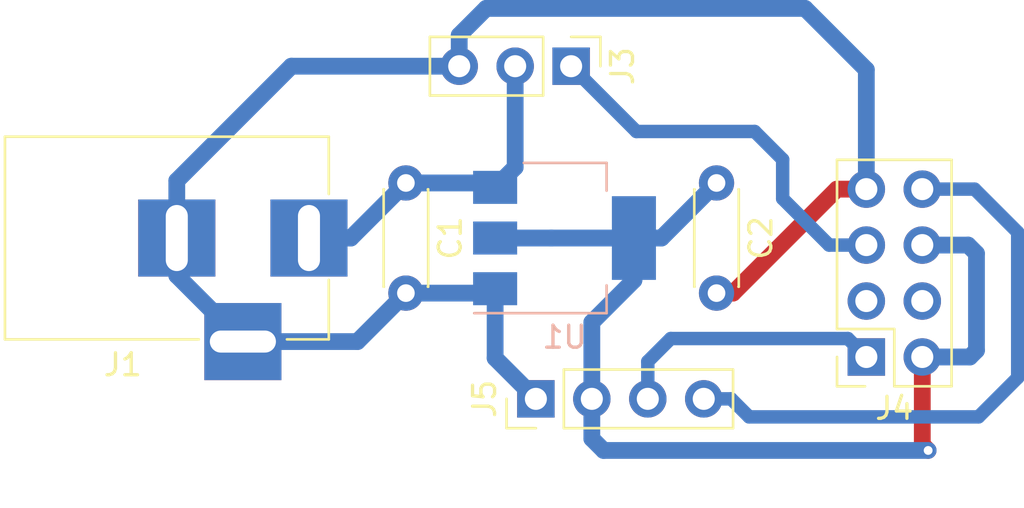
<source format=kicad_pcb>
(kicad_pcb (version 4) (host pcbnew 4.0.6)

  (general
    (links 18)
    (no_connects 0)
    (area 0 0 0 0)
    (thickness 1.6)
    (drawings 0)
    (tracks 62)
    (zones 0)
    (modules 7)
    (nets 7)
  )

  (page A4)
  (layers
    (0 F.Cu signal)
    (31 B.Cu signal)
    (32 B.Adhes user)
    (33 F.Adhes user)
    (34 B.Paste user)
    (35 F.Paste user)
    (36 B.SilkS user)
    (37 F.SilkS user)
    (38 B.Mask user)
    (39 F.Mask user)
    (40 Dwgs.User user)
    (41 Cmts.User user)
    (42 Eco1.User user)
    (43 Eco2.User user)
    (44 Edge.Cuts user)
    (45 Margin user)
    (46 B.CrtYd user)
    (47 F.CrtYd user)
    (48 B.Fab user)
    (49 F.Fab user)
  )

  (setup
    (last_trace_width 0.762)
    (user_trace_width 0.6096)
    (user_trace_width 0.762)
    (trace_clearance 0.2)
    (zone_clearance 0.508)
    (zone_45_only no)
    (trace_min 0.2)
    (segment_width 0.2)
    (edge_width 0.15)
    (via_size 0.6)
    (via_drill 0.4)
    (via_min_size 0.4)
    (via_min_drill 0.3)
    (uvia_size 0.3)
    (uvia_drill 0.1)
    (uvias_allowed no)
    (uvia_min_size 0.2)
    (uvia_min_drill 0.1)
    (pcb_text_width 0.3)
    (pcb_text_size 1.5 1.5)
    (mod_edge_width 0.15)
    (mod_text_size 1 1)
    (mod_text_width 0.15)
    (pad_size 1.524 1.524)
    (pad_drill 0.762)
    (pad_to_mask_clearance 0.2)
    (aux_axis_origin 0 0)
    (visible_elements 7FFFFFFF)
    (pcbplotparams
      (layerselection 0x00030_80000001)
      (usegerberextensions false)
      (excludeedgelayer true)
      (linewidth 0.100000)
      (plotframeref false)
      (viasonmask false)
      (mode 1)
      (useauxorigin false)
      (hpglpennumber 1)
      (hpglpenspeed 20)
      (hpglpendiameter 15)
      (hpglpenoverlay 2)
      (psnegative false)
      (psa4output false)
      (plotreference true)
      (plotvalue true)
      (plotinvisibletext false)
      (padsonsilk false)
      (subtractmaskfromsilk false)
      (outputformat 1)
      (mirror false)
      (drillshape 1)
      (scaleselection 1)
      (outputdirectory ""))
  )

  (net 0 "")
  (net 1 VDD)
  (net 2 GND)
  (net 3 +3V3)
  (net 4 /SERVO_SIG)
  (net 5 /RXD)
  (net 6 /TXD)

  (net_class Default "This is the default net class."
    (clearance 0.2)
    (trace_width 0.25)
    (via_dia 0.6)
    (via_drill 0.4)
    (uvia_dia 0.3)
    (uvia_drill 0.1)
    (add_net +3V3)
    (add_net /RXD)
    (add_net /SERVO_SIG)
    (add_net /TXD)
    (add_net GND)
    (add_net VDD)
  )

  (module TO_SOT_Packages_SMD:SOT-223 (layer B.Cu) (tedit 58CE4E7E) (tstamp 58F09641)
    (at 120.4 85.1)
    (descr "module CMS SOT223 4 pins")
    (tags "CMS SOT")
    (path /58F09550)
    (attr smd)
    (fp_text reference U1 (at 0 4.5) (layer B.SilkS)
      (effects (font (size 1 1) (thickness 0.15)) (justify mirror))
    )
    (fp_text value LM1117-3.3 (at 0 -4.5) (layer B.Fab)
      (effects (font (size 1 1) (thickness 0.15)) (justify mirror))
    )
    (fp_text user %R (at 0 0) (layer B.Fab)
      (effects (font (size 0.8 0.8) (thickness 0.12)) (justify mirror))
    )
    (fp_line (start -1.85 2.3) (end -0.8 3.35) (layer B.Fab) (width 0.1))
    (fp_line (start 1.91 -3.41) (end 1.91 -2.15) (layer B.SilkS) (width 0.12))
    (fp_line (start 1.91 3.41) (end 1.91 2.15) (layer B.SilkS) (width 0.12))
    (fp_line (start 4.4 3.6) (end -4.4 3.6) (layer B.CrtYd) (width 0.05))
    (fp_line (start 4.4 -3.6) (end 4.4 3.6) (layer B.CrtYd) (width 0.05))
    (fp_line (start -4.4 -3.6) (end 4.4 -3.6) (layer B.CrtYd) (width 0.05))
    (fp_line (start -4.4 3.6) (end -4.4 -3.6) (layer B.CrtYd) (width 0.05))
    (fp_line (start -1.85 2.3) (end -1.85 -3.35) (layer B.Fab) (width 0.1))
    (fp_line (start -1.85 -3.41) (end 1.91 -3.41) (layer B.SilkS) (width 0.12))
    (fp_line (start -0.8 3.35) (end 1.85 3.35) (layer B.Fab) (width 0.1))
    (fp_line (start -4.1 3.41) (end 1.91 3.41) (layer B.SilkS) (width 0.12))
    (fp_line (start -1.85 -3.35) (end 1.85 -3.35) (layer B.Fab) (width 0.1))
    (fp_line (start 1.85 3.35) (end 1.85 -3.35) (layer B.Fab) (width 0.1))
    (pad 4 smd rect (at 3.15 0) (size 2 3.8) (layers B.Cu B.Paste B.Mask)
      (net 3 +3V3))
    (pad 2 smd rect (at -3.15 0) (size 2 1.5) (layers B.Cu B.Paste B.Mask)
      (net 3 +3V3))
    (pad 3 smd rect (at -3.15 -2.3) (size 2 1.5) (layers B.Cu B.Paste B.Mask)
      (net 1 VDD))
    (pad 1 smd rect (at -3.15 2.3) (size 2 1.5) (layers B.Cu B.Paste B.Mask)
      (net 2 GND))
    (model ${KISYS3DMOD}/TO_SOT_Packages_SMD.3dshapes/SOT-223.wrl
      (at (xyz 0 0 0))
      (scale (xyz 1 1 1))
      (rotate (xyz 0 0 0))
    )
  )

  (module Capacitors_ThroughHole:C_Disc_D4.3mm_W1.9mm_P5.00mm (layer F.Cu) (tedit 58765D06) (tstamp 58F0960B)
    (at 113.2 82.6 270)
    (descr "C, Disc series, Radial, pin pitch=5.00mm, , diameter*width=4.3*1.9mm^2, Capacitor, http://www.vishay.com/docs/45233/krseries.pdf")
    (tags "C Disc series Radial pin pitch 5.00mm  diameter 4.3mm width 1.9mm Capacitor")
    (path /58F096E5)
    (fp_text reference C1 (at 2.5 -2.01 270) (layer F.SilkS)
      (effects (font (size 1 1) (thickness 0.15)))
    )
    (fp_text value 10uF (at 2.5 2.01 270) (layer F.Fab)
      (effects (font (size 1 1) (thickness 0.15)))
    )
    (fp_line (start 0.35 -0.95) (end 0.35 0.95) (layer F.Fab) (width 0.1))
    (fp_line (start 0.35 0.95) (end 4.65 0.95) (layer F.Fab) (width 0.1))
    (fp_line (start 4.65 0.95) (end 4.65 -0.95) (layer F.Fab) (width 0.1))
    (fp_line (start 4.65 -0.95) (end 0.35 -0.95) (layer F.Fab) (width 0.1))
    (fp_line (start 0.29 -1.01) (end 4.71 -1.01) (layer F.SilkS) (width 0.12))
    (fp_line (start 0.29 1.01) (end 4.71 1.01) (layer F.SilkS) (width 0.12))
    (fp_line (start 0.29 -1.01) (end 0.29 -0.996) (layer F.SilkS) (width 0.12))
    (fp_line (start 0.29 0.996) (end 0.29 1.01) (layer F.SilkS) (width 0.12))
    (fp_line (start 4.71 -1.01) (end 4.71 -0.996) (layer F.SilkS) (width 0.12))
    (fp_line (start 4.71 0.996) (end 4.71 1.01) (layer F.SilkS) (width 0.12))
    (fp_line (start -1.05 -1.3) (end -1.05 1.3) (layer F.CrtYd) (width 0.05))
    (fp_line (start -1.05 1.3) (end 6.05 1.3) (layer F.CrtYd) (width 0.05))
    (fp_line (start 6.05 1.3) (end 6.05 -1.3) (layer F.CrtYd) (width 0.05))
    (fp_line (start 6.05 -1.3) (end -1.05 -1.3) (layer F.CrtYd) (width 0.05))
    (pad 1 thru_hole circle (at 0 0 270) (size 1.6 1.6) (drill 0.8) (layers *.Cu *.Mask)
      (net 1 VDD))
    (pad 2 thru_hole circle (at 5 0 270) (size 1.6 1.6) (drill 0.8) (layers *.Cu *.Mask)
      (net 2 GND))
    (model Capacitors_THT.3dshapes/C_Disc_D4.3mm_W1.9mm_P5.00mm.wrl
      (at (xyz 0 0 0))
      (scale (xyz 0.393701 0.393701 0.393701))
      (rotate (xyz 0 0 0))
    )
  )

  (module Capacitors_ThroughHole:C_Disc_D4.3mm_W1.9mm_P5.00mm (layer F.Cu) (tedit 58765D06) (tstamp 58F09611)
    (at 127.3 82.6 270)
    (descr "C, Disc series, Radial, pin pitch=5.00mm, , diameter*width=4.3*1.9mm^2, Capacitor, http://www.vishay.com/docs/45233/krseries.pdf")
    (tags "C Disc series Radial pin pitch 5.00mm  diameter 4.3mm width 1.9mm Capacitor")
    (path /58F097A8)
    (fp_text reference C2 (at 2.5 -2.01 270) (layer F.SilkS)
      (effects (font (size 1 1) (thickness 0.15)))
    )
    (fp_text value 10uF (at 2.5 2.01 270) (layer F.Fab)
      (effects (font (size 1 1) (thickness 0.15)))
    )
    (fp_line (start 0.35 -0.95) (end 0.35 0.95) (layer F.Fab) (width 0.1))
    (fp_line (start 0.35 0.95) (end 4.65 0.95) (layer F.Fab) (width 0.1))
    (fp_line (start 4.65 0.95) (end 4.65 -0.95) (layer F.Fab) (width 0.1))
    (fp_line (start 4.65 -0.95) (end 0.35 -0.95) (layer F.Fab) (width 0.1))
    (fp_line (start 0.29 -1.01) (end 4.71 -1.01) (layer F.SilkS) (width 0.12))
    (fp_line (start 0.29 1.01) (end 4.71 1.01) (layer F.SilkS) (width 0.12))
    (fp_line (start 0.29 -1.01) (end 0.29 -0.996) (layer F.SilkS) (width 0.12))
    (fp_line (start 0.29 0.996) (end 0.29 1.01) (layer F.SilkS) (width 0.12))
    (fp_line (start 4.71 -1.01) (end 4.71 -0.996) (layer F.SilkS) (width 0.12))
    (fp_line (start 4.71 0.996) (end 4.71 1.01) (layer F.SilkS) (width 0.12))
    (fp_line (start -1.05 -1.3) (end -1.05 1.3) (layer F.CrtYd) (width 0.05))
    (fp_line (start -1.05 1.3) (end 6.05 1.3) (layer F.CrtYd) (width 0.05))
    (fp_line (start 6.05 1.3) (end 6.05 -1.3) (layer F.CrtYd) (width 0.05))
    (fp_line (start 6.05 -1.3) (end -1.05 -1.3) (layer F.CrtYd) (width 0.05))
    (pad 1 thru_hole circle (at 0 0 270) (size 1.6 1.6) (drill 0.8) (layers *.Cu *.Mask)
      (net 3 +3V3))
    (pad 2 thru_hole circle (at 5 0 270) (size 1.6 1.6) (drill 0.8) (layers *.Cu *.Mask)
      (net 2 GND))
    (model Capacitors_THT.3dshapes/C_Disc_D4.3mm_W1.9mm_P5.00mm.wrl
      (at (xyz 0 0 0))
      (scale (xyz 0.393701 0.393701 0.393701))
      (rotate (xyz 0 0 0))
    )
  )

  (module Connect:BARREL_JACK (layer F.Cu) (tedit 5861378E) (tstamp 58F09618)
    (at 108.8 85.1)
    (descr "DC Barrel Jack")
    (tags "Power Jack")
    (path /58F0927C)
    (fp_text reference J1 (at -8.45 5.75 180) (layer F.SilkS)
      (effects (font (size 1 1) (thickness 0.15)))
    )
    (fp_text value BARREL_JACK (at -6.2 -5.5) (layer F.Fab)
      (effects (font (size 1 1) (thickness 0.15)))
    )
    (fp_line (start 1 -4.5) (end 1 -4.75) (layer F.CrtYd) (width 0.05))
    (fp_line (start 1 -4.75) (end -14 -4.75) (layer F.CrtYd) (width 0.05))
    (fp_line (start 1 -4.5) (end 1 -2) (layer F.CrtYd) (width 0.05))
    (fp_line (start 1 -2) (end 2 -2) (layer F.CrtYd) (width 0.05))
    (fp_line (start 2 -2) (end 2 2) (layer F.CrtYd) (width 0.05))
    (fp_line (start 2 2) (end 1 2) (layer F.CrtYd) (width 0.05))
    (fp_line (start 1 2) (end 1 4.75) (layer F.CrtYd) (width 0.05))
    (fp_line (start 1 4.75) (end -1 4.75) (layer F.CrtYd) (width 0.05))
    (fp_line (start -1 4.75) (end -1 6.75) (layer F.CrtYd) (width 0.05))
    (fp_line (start -1 6.75) (end -5 6.75) (layer F.CrtYd) (width 0.05))
    (fp_line (start -5 6.75) (end -5 4.75) (layer F.CrtYd) (width 0.05))
    (fp_line (start -5 4.75) (end -14 4.75) (layer F.CrtYd) (width 0.05))
    (fp_line (start -14 4.75) (end -14 -4.75) (layer F.CrtYd) (width 0.05))
    (fp_line (start -5 4.6) (end -13.8 4.6) (layer F.SilkS) (width 0.12))
    (fp_line (start -13.8 4.6) (end -13.8 -4.6) (layer F.SilkS) (width 0.12))
    (fp_line (start 0.9 1.9) (end 0.9 4.6) (layer F.SilkS) (width 0.12))
    (fp_line (start 0.9 4.6) (end -1 4.6) (layer F.SilkS) (width 0.12))
    (fp_line (start -13.8 -4.6) (end 0.9 -4.6) (layer F.SilkS) (width 0.12))
    (fp_line (start 0.9 -4.6) (end 0.9 -2) (layer F.SilkS) (width 0.12))
    (fp_line (start -10.2 -4.5) (end -10.2 4.5) (layer F.Fab) (width 0.1))
    (fp_line (start -13.7 -4.5) (end -13.7 4.5) (layer F.Fab) (width 0.1))
    (fp_line (start -13.7 4.5) (end 0.8 4.5) (layer F.Fab) (width 0.1))
    (fp_line (start 0.8 4.5) (end 0.8 -4.5) (layer F.Fab) (width 0.1))
    (fp_line (start 0.8 -4.5) (end -13.7 -4.5) (layer F.Fab) (width 0.1))
    (pad 1 thru_hole rect (at 0 0) (size 3.5 3.5) (drill oval 1 3) (layers *.Cu *.Mask)
      (net 1 VDD))
    (pad 2 thru_hole rect (at -6 0) (size 3.5 3.5) (drill oval 1 3) (layers *.Cu *.Mask)
      (net 2 GND))
    (pad 3 thru_hole rect (at -3 4.7) (size 3.5 3.5) (drill oval 3 1) (layers *.Cu *.Mask)
      (net 2 GND))
  )

  (module Pin_Headers:Pin_Header_Straight_1x03_Pitch2.54mm (layer F.Cu) (tedit 58CD4EC1) (tstamp 58F09625)
    (at 120.7 77.3 270)
    (descr "Through hole straight pin header, 1x03, 2.54mm pitch, single row")
    (tags "Through hole pin header THT 1x03 2.54mm single row")
    (path /58F098E8)
    (fp_text reference J3 (at 0 -2.33 270) (layer F.SilkS)
      (effects (font (size 1 1) (thickness 0.15)))
    )
    (fp_text value SERVO (at 0 7.41 270) (layer F.Fab)
      (effects (font (size 1 1) (thickness 0.15)))
    )
    (fp_line (start -1.27 -1.27) (end -1.27 6.35) (layer F.Fab) (width 0.1))
    (fp_line (start -1.27 6.35) (end 1.27 6.35) (layer F.Fab) (width 0.1))
    (fp_line (start 1.27 6.35) (end 1.27 -1.27) (layer F.Fab) (width 0.1))
    (fp_line (start 1.27 -1.27) (end -1.27 -1.27) (layer F.Fab) (width 0.1))
    (fp_line (start -1.33 1.27) (end -1.33 6.41) (layer F.SilkS) (width 0.12))
    (fp_line (start -1.33 6.41) (end 1.33 6.41) (layer F.SilkS) (width 0.12))
    (fp_line (start 1.33 6.41) (end 1.33 1.27) (layer F.SilkS) (width 0.12))
    (fp_line (start 1.33 1.27) (end -1.33 1.27) (layer F.SilkS) (width 0.12))
    (fp_line (start -1.33 0) (end -1.33 -1.33) (layer F.SilkS) (width 0.12))
    (fp_line (start -1.33 -1.33) (end 0 -1.33) (layer F.SilkS) (width 0.12))
    (fp_line (start -1.8 -1.8) (end -1.8 6.85) (layer F.CrtYd) (width 0.05))
    (fp_line (start -1.8 6.85) (end 1.8 6.85) (layer F.CrtYd) (width 0.05))
    (fp_line (start 1.8 6.85) (end 1.8 -1.8) (layer F.CrtYd) (width 0.05))
    (fp_line (start 1.8 -1.8) (end -1.8 -1.8) (layer F.CrtYd) (width 0.05))
    (fp_text user %R (at 0 -2.33 270) (layer F.Fab)
      (effects (font (size 1 1) (thickness 0.15)))
    )
    (pad 1 thru_hole rect (at 0 0 270) (size 1.7 1.7) (drill 1) (layers *.Cu *.Mask)
      (net 4 /SERVO_SIG))
    (pad 2 thru_hole oval (at 0 2.54 270) (size 1.7 1.7) (drill 1) (layers *.Cu *.Mask)
      (net 1 VDD))
    (pad 3 thru_hole oval (at 0 5.08 270) (size 1.7 1.7) (drill 1) (layers *.Cu *.Mask)
      (net 2 GND))
    (model ${KISYS3DMOD}/Pin_Headers.3dshapes/Pin_Header_Straight_1x03_Pitch2.54mm.wrl
      (at (xyz 0 -0.1 0))
      (scale (xyz 1 1 1))
      (rotate (xyz 0 0 90))
    )
  )

  (module Socket_Strips:Socket_Strip_Straight_2x04_Pitch2.54mm (layer F.Cu) (tedit 58CD5448) (tstamp 58F09631)
    (at 134.1 90.5 180)
    (descr "Through hole straight socket strip, 2x04, 2.54mm pitch, double rows")
    (tags "Through hole socket strip THT 2x04 2.54mm double row")
    (path /58F09150)
    (fp_text reference J4 (at -1.27 -2.33 180) (layer F.SilkS)
      (effects (font (size 1 1) (thickness 0.15)))
    )
    (fp_text value ESP8266 (at -1.27 9.95 180) (layer F.Fab)
      (effects (font (size 1 1) (thickness 0.15)))
    )
    (fp_line (start -3.81 -1.27) (end -3.81 8.89) (layer F.Fab) (width 0.1))
    (fp_line (start -3.81 8.89) (end 1.27 8.89) (layer F.Fab) (width 0.1))
    (fp_line (start 1.27 8.89) (end 1.27 -1.27) (layer F.Fab) (width 0.1))
    (fp_line (start 1.27 -1.27) (end -3.81 -1.27) (layer F.Fab) (width 0.1))
    (fp_line (start 1.33 1.27) (end 1.33 8.95) (layer F.SilkS) (width 0.12))
    (fp_line (start 1.33 8.95) (end -3.87 8.95) (layer F.SilkS) (width 0.12))
    (fp_line (start -3.87 8.95) (end -3.87 -1.33) (layer F.SilkS) (width 0.12))
    (fp_line (start -3.87 -1.33) (end -1.27 -1.33) (layer F.SilkS) (width 0.12))
    (fp_line (start -1.27 -1.33) (end -1.27 1.27) (layer F.SilkS) (width 0.12))
    (fp_line (start -1.27 1.27) (end 1.33 1.27) (layer F.SilkS) (width 0.12))
    (fp_line (start 1.33 0) (end 1.33 -1.33) (layer F.SilkS) (width 0.12))
    (fp_line (start 1.33 -1.33) (end 0.06 -1.33) (layer F.SilkS) (width 0.12))
    (fp_line (start -4.35 -1.8) (end -4.35 9.4) (layer F.CrtYd) (width 0.05))
    (fp_line (start -4.35 9.4) (end 1.8 9.4) (layer F.CrtYd) (width 0.05))
    (fp_line (start 1.8 9.4) (end 1.8 -1.8) (layer F.CrtYd) (width 0.05))
    (fp_line (start 1.8 -1.8) (end -4.35 -1.8) (layer F.CrtYd) (width 0.05))
    (fp_text user %R (at -1.27 -2.33 180) (layer F.Fab)
      (effects (font (size 1 1) (thickness 0.15)))
    )
    (pad 1 thru_hole rect (at 0 0 180) (size 1.7 1.7) (drill 1) (layers *.Cu *.Mask)
      (net 5 /RXD))
    (pad 2 thru_hole oval (at -2.54 0 180) (size 1.7 1.7) (drill 1) (layers *.Cu *.Mask)
      (net 3 +3V3))
    (pad 3 thru_hole oval (at 0 2.54 180) (size 1.7 1.7) (drill 1) (layers *.Cu *.Mask))
    (pad 4 thru_hole oval (at -2.54 2.54 180) (size 1.7 1.7) (drill 1) (layers *.Cu *.Mask))
    (pad 5 thru_hole oval (at 0 5.08 180) (size 1.7 1.7) (drill 1) (layers *.Cu *.Mask)
      (net 4 /SERVO_SIG))
    (pad 6 thru_hole oval (at -2.54 5.08 180) (size 1.7 1.7) (drill 1) (layers *.Cu *.Mask)
      (net 3 +3V3))
    (pad 7 thru_hole oval (at 0 7.62 180) (size 1.7 1.7) (drill 1) (layers *.Cu *.Mask)
      (net 2 GND))
    (pad 8 thru_hole oval (at -2.54 7.62 180) (size 1.7 1.7) (drill 1) (layers *.Cu *.Mask)
      (net 6 /TXD))
    (model ${KISYS3DMOD}/Socket_Strips.3dshapes/Socket_Strip_Straight_2x04_Pitch2.54mm.wrl
      (at (xyz -0.05 -0.15 0))
      (scale (xyz 1 1 1))
      (rotate (xyz 0 0 270))
    )
  )

  (module Pin_Headers:Pin_Header_Straight_1x04_Pitch2.54mm (layer F.Cu) (tedit 58CD4EC1) (tstamp 58F09639)
    (at 119.1 92.4 90)
    (descr "Through hole straight pin header, 1x04, 2.54mm pitch, single row")
    (tags "Through hole pin header THT 1x04 2.54mm single row")
    (path /58F0A478)
    (fp_text reference J5 (at 0 -2.33 90) (layer F.SilkS)
      (effects (font (size 1 1) (thickness 0.15)))
    )
    (fp_text value CONN_01X04 (at 0 9.95 90) (layer F.Fab)
      (effects (font (size 1 1) (thickness 0.15)))
    )
    (fp_line (start -1.27 -1.27) (end -1.27 8.89) (layer F.Fab) (width 0.1))
    (fp_line (start -1.27 8.89) (end 1.27 8.89) (layer F.Fab) (width 0.1))
    (fp_line (start 1.27 8.89) (end 1.27 -1.27) (layer F.Fab) (width 0.1))
    (fp_line (start 1.27 -1.27) (end -1.27 -1.27) (layer F.Fab) (width 0.1))
    (fp_line (start -1.33 1.27) (end -1.33 8.95) (layer F.SilkS) (width 0.12))
    (fp_line (start -1.33 8.95) (end 1.33 8.95) (layer F.SilkS) (width 0.12))
    (fp_line (start 1.33 8.95) (end 1.33 1.27) (layer F.SilkS) (width 0.12))
    (fp_line (start 1.33 1.27) (end -1.33 1.27) (layer F.SilkS) (width 0.12))
    (fp_line (start -1.33 0) (end -1.33 -1.33) (layer F.SilkS) (width 0.12))
    (fp_line (start -1.33 -1.33) (end 0 -1.33) (layer F.SilkS) (width 0.12))
    (fp_line (start -1.8 -1.8) (end -1.8 9.4) (layer F.CrtYd) (width 0.05))
    (fp_line (start -1.8 9.4) (end 1.8 9.4) (layer F.CrtYd) (width 0.05))
    (fp_line (start 1.8 9.4) (end 1.8 -1.8) (layer F.CrtYd) (width 0.05))
    (fp_line (start 1.8 -1.8) (end -1.8 -1.8) (layer F.CrtYd) (width 0.05))
    (fp_text user %R (at 0 -2.33 90) (layer F.Fab)
      (effects (font (size 1 1) (thickness 0.15)))
    )
    (pad 1 thru_hole rect (at 0 0 90) (size 1.7 1.7) (drill 1) (layers *.Cu *.Mask)
      (net 2 GND))
    (pad 2 thru_hole oval (at 0 2.54 90) (size 1.7 1.7) (drill 1) (layers *.Cu *.Mask)
      (net 3 +3V3))
    (pad 3 thru_hole oval (at 0 5.08 90) (size 1.7 1.7) (drill 1) (layers *.Cu *.Mask)
      (net 5 /RXD))
    (pad 4 thru_hole oval (at 0 7.62 90) (size 1.7 1.7) (drill 1) (layers *.Cu *.Mask)
      (net 6 /TXD))
    (model ${KISYS3DMOD}/Pin_Headers.3dshapes/Pin_Header_Straight_1x04_Pitch2.54mm.wrl
      (at (xyz 0 -0.15 0))
      (scale (xyz 1 1 1))
      (rotate (xyz 0 0 90))
    )
  )

  (segment (start 118.16 77.3) (end 118.16 81.89) (width 0.762) (layer B.Cu) (net 1))
  (segment (start 118.16 81.89) (end 117.25 82.8) (width 0.762) (layer B.Cu) (net 1) (tstamp 58F09770))
  (segment (start 113.2 82.6) (end 117.05 82.6) (width 0.762) (layer B.Cu) (net 1))
  (segment (start 117.05 82.6) (end 117.25 82.8) (width 0.762) (layer B.Cu) (net 1) (tstamp 58F0976D))
  (segment (start 108.8 85.1) (end 110.7 85.1) (width 0.762) (layer B.Cu) (net 1))
  (segment (start 110.7 85.1) (end 113.2 82.6) (width 0.762) (layer B.Cu) (net 1) (tstamp 58F09768))
  (segment (start 117.05 82.6) (end 117.25 82.8) (width 0.6096) (layer B.Cu) (net 1) (tstamp 58F0974C))
  (segment (start 127.3 87.6) (end 128.046 87.6) (width 0.762) (layer F.Cu) (net 2) (status C00000))
  (segment (start 128.046 87.6) (end 132.766 82.88) (width 0.762) (layer F.Cu) (net 2) (tstamp 58F09B31) (status 400000))
  (segment (start 132.766 82.88) (end 134.1 82.88) (width 0.762) (layer F.Cu) (net 2) (tstamp 58F09B33) (status 800000))
  (segment (start 134.1 82.88) (end 134.1 77.458) (width 0.762) (layer B.Cu) (net 2))
  (segment (start 115.62 75.896) (end 115.62 77.3) (width 0.762) (layer B.Cu) (net 2) (tstamp 58F09B01))
  (segment (start 116.84 74.676) (end 115.62 75.896) (width 0.762) (layer B.Cu) (net 2) (tstamp 58F09AFF))
  (segment (start 131.318 74.676) (end 116.84 74.676) (width 0.762) (layer B.Cu) (net 2) (tstamp 58F09AFD))
  (segment (start 134.1 77.458) (end 131.318 74.676) (width 0.762) (layer B.Cu) (net 2) (tstamp 58F09AF7))
  (segment (start 117.25 87.4) (end 117.25 90.55) (width 0.762) (layer B.Cu) (net 2))
  (segment (start 117.25 90.55) (end 119.1 92.4) (width 0.762) (layer B.Cu) (net 2) (tstamp 58F099BF))
  (segment (start 113.2 87.6) (end 117.05 87.6) (width 0.762) (layer B.Cu) (net 2))
  (segment (start 117.05 87.6) (end 117.25 87.4) (width 0.762) (layer B.Cu) (net 2) (tstamp 58F09783))
  (segment (start 105.8 89.8) (end 111 89.8) (width 0.762) (layer B.Cu) (net 2))
  (segment (start 111 89.8) (end 113.2 87.6) (width 0.762) (layer B.Cu) (net 2) (tstamp 58F0977F))
  (segment (start 102.8 85.1) (end 102.8 86.8) (width 0.762) (layer B.Cu) (net 2))
  (segment (start 102.8 86.8) (end 105.8 89.8) (width 0.762) (layer B.Cu) (net 2) (tstamp 58F0977C))
  (segment (start 115.62 77.3) (end 108 77.3) (width 0.762) (layer B.Cu) (net 2))
  (segment (start 102.8 82.5) (end 102.8 85.1) (width 0.762) (layer B.Cu) (net 2) (tstamp 58F09776))
  (segment (start 108 77.3) (end 102.8 82.5) (width 0.762) (layer B.Cu) (net 2) (tstamp 58F09774))
  (segment (start 117.05 87.6) (end 117.25 87.4) (width 0.6096) (layer B.Cu) (net 2) (tstamp 58F0974F))
  (segment (start 121.64 92.4) (end 121.64 94.208) (width 0.762) (layer B.Cu) (net 3))
  (segment (start 136.64 94.476) (end 136.64 90.5) (width 0.762) (layer F.Cu) (net 3) (tstamp 58F09A6C))
  (segment (start 136.906 94.742) (end 136.64 94.476) (width 0.762) (layer F.Cu) (net 3) (tstamp 58F09A6B))
  (via (at 136.906 94.742) (size 0.6) (drill 0.4) (layers F.Cu B.Cu) (net 3))
  (segment (start 122.174 94.742) (end 136.906 94.742) (width 0.762) (layer B.Cu) (net 3) (tstamp 58F09A64))
  (segment (start 121.64 94.208) (end 122.174 94.742) (width 0.762) (layer B.Cu) (net 3) (tstamp 58F09A62))
  (segment (start 121.64 92.4) (end 121.64 88.926) (width 0.762) (layer B.Cu) (net 3))
  (segment (start 123.55 87.016) (end 123.55 85.1) (width 0.762) (layer B.Cu) (net 3) (tstamp 58F099C7))
  (segment (start 121.64 88.926) (end 123.55 87.016) (width 0.762) (layer B.Cu) (net 3) (tstamp 58F099C3))
  (segment (start 123.55 85.1) (end 124.8 85.1) (width 0.762) (layer B.Cu) (net 3))
  (segment (start 117.25 85.1) (end 119.8 85.1) (width 0.762) (layer B.Cu) (net 3))
  (segment (start 119.8 85.1) (end 123.55 85.1) (width 0.762) (layer B.Cu) (net 3) (tstamp 58F09789))
  (segment (start 136.64 85.42) (end 138.72 85.42) (width 0.762) (layer B.Cu) (net 3))
  (segment (start 138.72 85.42) (end 139.1 85.8) (width 0.762) (layer B.Cu) (net 3) (tstamp 58F097BE))
  (segment (start 139.1 85.8) (end 139.1 90.2) (width 0.762) (layer B.Cu) (net 3) (tstamp 58F097C0))
  (segment (start 139.1 90.2) (end 138.8 90.5) (width 0.762) (layer B.Cu) (net 3) (tstamp 58F097C2))
  (segment (start 138.8 90.5) (end 136.64 90.5) (width 0.762) (layer B.Cu) (net 3) (tstamp 58F097C3))
  (segment (start 124.8 85.1) (end 127.3 82.6) (width 0.762) (layer B.Cu) (net 3) (tstamp 58F09791))
  (segment (start 134.1 85.42) (end 132.41 85.42) (width 0.6096) (layer B.Cu) (net 4))
  (segment (start 123.664 80.264) (end 120.7 77.3) (width 0.6096) (layer B.Cu) (net 4) (tstamp 58F09AAE))
  (segment (start 129.032 80.264) (end 123.664 80.264) (width 0.6096) (layer B.Cu) (net 4) (tstamp 58F09AAB))
  (segment (start 130.302 81.534) (end 129.032 80.264) (width 0.6096) (layer B.Cu) (net 4) (tstamp 58F09AA9))
  (segment (start 130.302 83.312) (end 130.302 81.534) (width 0.6096) (layer B.Cu) (net 4) (tstamp 58F09AA8))
  (segment (start 132.41 85.42) (end 130.302 83.312) (width 0.6096) (layer B.Cu) (net 4) (tstamp 58F09AA5))
  (segment (start 124.18 92.4) (end 124.18 90.704) (width 0.6096) (layer B.Cu) (net 5))
  (segment (start 125.222 89.662) (end 133.262 89.662) (width 0.6096) (layer B.Cu) (net 5) (tstamp 58F099CF))
  (segment (start 124.18 90.704) (end 125.222 89.662) (width 0.6096) (layer B.Cu) (net 5) (tstamp 58F099CD))
  (segment (start 133.262 89.662) (end 134.1 90.5) (width 0.6096) (layer B.Cu) (net 5) (tstamp 58F099D0))
  (segment (start 126.72 92.4) (end 127.96 92.4) (width 0.6096) (layer B.Cu) (net 6))
  (segment (start 139.014 82.88) (end 136.64 82.88) (width 0.6096) (layer B.Cu) (net 6) (tstamp 58F099ED))
  (segment (start 140.97 84.836) (end 139.014 82.88) (width 0.6096) (layer B.Cu) (net 6) (tstamp 58F099EC))
  (segment (start 140.97 91.44) (end 140.97 84.836) (width 0.6096) (layer B.Cu) (net 6) (tstamp 58F099EA))
  (segment (start 139.192 93.218) (end 140.97 91.44) (width 0.6096) (layer B.Cu) (net 6) (tstamp 58F099E8))
  (segment (start 128.778 93.218) (end 139.192 93.218) (width 0.6096) (layer B.Cu) (net 6) (tstamp 58F099E6))
  (segment (start 127.96 92.4) (end 128.778 93.218) (width 0.6096) (layer B.Cu) (net 6) (tstamp 58F099E2))

)

</source>
